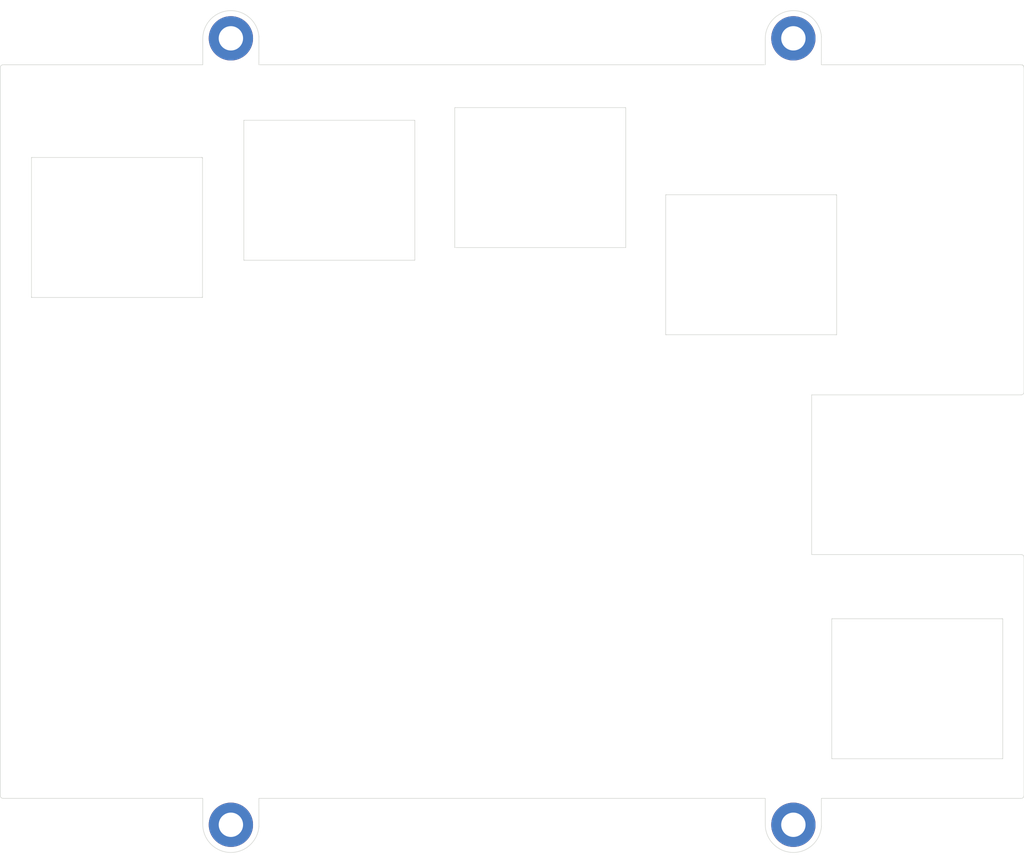
<source format=kicad_pcb>
(kicad_pcb (version 20211014) (generator pcbnew)
  (title_block (title "Alps Plate") (rev "v1"))
  (layers (0 "F.Cu" signal) (31 "B.Cu" signal) (34 "B.Paste" user) (35 "F.Paste" user) (36 "B.SilkS" user "B.Silkscreen") (37 "F.SilkS" user "F.Silkscreen") (38 "B.Mask" user) (39 "F.Mask" user) (44 "Edge.Cuts" user))
  (net 0 "")
  (footprint "kbd:LEGO_HOLE" (layer "F.Cu") (at 169.5577 136.6266)
    (fp_text reference "" (at 0 -3.2) (layer "F.SilkS"))
    (fp_text value "")
    (pad "" thru_hole circle locked (at 0 0) (size 4 4) (drill 2.2) (layers *.Cu *.Mask))
  )
  (footprint "kbd:LEGO_HOLE" (layer "F.Cu") (at 118.7577 136.6266)
    (fp_text reference "" (at 0 -3.2) (layer "F.SilkS"))
    (fp_text value "")
    (pad "" thru_hole circle locked (at 0 0) (size 4 4) (drill 2.2) (layers *.Cu *.Mask))
  )
  (footprint "kbd:LEGO_HOLE" (layer "B.Cu") (at 118.7577 65.5574)
    (fp_text reference "" (at 0 3.2) (layer "B.SilkS") (effects (justify mirror)))
    (fp_text value "")
    (pad "" thru_hole circle locked (at 0 0) (size 4 4) (drill 2.2) (layers *.Cu *.Mask))
  )
  (footprint "kbd:LEGO_HOLE" (layer "B.Cu") (at 169.5577 65.5574)
    (fp_text reference "" (at 0 3.2) (layer "B.SilkS") (effects (justify mirror)))
    (fp_text value "")
    (pad "" thru_hole circle locked (at 0 0) (size 4 4) (drill 2.2) (layers *.Cu *.Mask))
  )
  (gr_line (start 97.9297 68.199) (end 97.9297 133.985) (layer "Edge.Cuts") (width 0.05))
  (gr_arc (start 190.1317 67.945) (mid 190.311305 68.019395) (end 190.3857 68.199) (layer "Edge.Cuts") (width 0.05))
  (gr_arc (start 98.1837 134.239) (mid 98.004095 134.164605) (end 97.9297 133.985) (layer "Edge.Cuts") (width 0.05))
  (gr_line (start 98.1837 134.239) (end 116.2177 134.239) (layer "Edge.Cuts") (width 0.05))
  (gr_line (start 121.2977 134.239) (end 167.0177 134.239) (layer "Edge.Cuts") (width 0.05))
  (gr_line (start 172.0977 134.239) (end 190.1317 134.239) (layer "Edge.Cuts") (width 0.05))
  (gr_line (start 190.1317 67.945) (end 172.0977 67.945) (layer "Edge.Cuts") (width 0.05))
  (gr_line (start 167.0177 67.945) (end 121.2977 67.945) (layer "Edge.Cuts") (width 0.05))
  (gr_line (start 116.2177 67.945) (end 98.1837 67.945) (layer "Edge.Cuts") (width 0.05))
  (gr_line (start 116.1923 76.327) (end 100.7491 76.327) (layer "Edge.Cuts") (width 0.05))
  (gr_arc (start 135.2931 72.9615) (mid 135.346982 72.983818) (end 135.3693 73.0377) (layer "Edge.Cuts") (width 0.05))
  (gr_line (start 135.3693 72.9615) (end 119.9261 72.9615) (layer "Edge.Cuts") (width 0.05))
  (gr_line (start 135.3693 85.6107) (end 135.3693 72.9615) (layer "Edge.Cuts") (width 0.05))
  (gr_arc (start 119.9769 85.6107) (mid 119.940979 85.595821) (end 119.9261 85.5599) (layer "Edge.Cuts") (width 0.05))
  (gr_line (start 119.9261 85.6107) (end 135.3693 85.6107) (layer "Edge.Cuts") (width 0.05))
  (gr_arc (start 135.3693 85.5599) (mid 135.354421 85.595821) (end 135.3185 85.6107) (layer "Edge.Cuts") (width 0.05))
  (gr_arc (start 119.928707 72.996236) (mid 119.947197 72.971089) (end 119.9769 72.9615) (layer "Edge.Cuts") (width 0.05))
  (gr_line (start 119.9261 72.9615) (end 119.9261 85.6107) (layer "Edge.Cuts") (width 0.05))
  (gr_arc (start 188.468 130.6068) (mid 188.453121 130.642721) (end 188.4172 130.6576) (layer "Edge.Cuts") (width 0.05))
  (gr_arc (start 173.0756 130.6576) (mid 173.039679 130.642721) (end 173.0248 130.6068) (layer "Edge.Cuts") (width 0.05))
  (gr_arc (start 188.3918 118.0084) (mid 188.445682 118.030718) (end 188.468 118.0846) (layer "Edge.Cuts") (width 0.05))
  (gr_line (start 173.0248 130.6576) (end 188.468 130.6576) (layer "Edge.Cuts") (width 0.05))
  (gr_line (start 188.468 118.0084) (end 173.0248 118.0084) (layer "Edge.Cuts") (width 0.05))
  (gr_line (start 173.0248 118.0084) (end 173.0248 130.6576) (layer "Edge.Cuts") (width 0.05))
  (gr_line (start 188.468 130.6576) (end 188.468 118.0084) (layer "Edge.Cuts") (width 0.05))
  (gr_arc (start 173.027407 118.043136) (mid 173.045897 118.017989) (end 173.0756 118.0084) (layer "Edge.Cuts") (width 0.05))
  (gr_line (start 172.09008 136.76884) (end 172.085 134.239) (layer "Edge.Cuts") (width 0.05))
  (gr_line (start 167.0177 136.5885) (end 167.0177 134.239) (layer "Edge.Cuts") (width 0.05))
  (gr_arc (start 172.091245 136.769468) (mid 169.467158 139.126886) (end 167.0177 136.5885) (layer "Edge.Cuts") (width 0.05))
  (gr_line (start 190.3857 97.5233) (end 190.3857 68.199) (layer "Edge.Cuts") (width 0.05))
  (gr_arc (start 190.1317 112.2045) (mid 190.311305 112.278895) (end 190.3857 112.4585) (layer "Edge.Cuts") (width 0.05))
  (gr_line (start 171.2087 112.2045) (end 171.2087 97.7773) (layer "Edge.Cuts") (width 0.05))
  (gr_line (start 121.29008 136.76884) (end 121.285 134.239) (layer "Edge.Cuts") (width 0.05))
  (gr_line (start 173.4693 79.6925) (end 158.0261 79.6925) (layer "Edge.Cuts") (width 0.05))
  (gr_line (start 121.29008 65.41516) (end 121.285 67.945) (layer "Edge.Cuts") (width 0.05))
  (gr_line (start 158.0261 79.6925) (end 158.0261 92.3417) (layer "Edge.Cuts") (width 0.05))
  (gr_line (start 190.1317 112.2045) (end 171.2087 112.2045) (layer "Edge.Cuts") (width 0.05))
  (gr_line (start 100.7491 76.327) (end 100.7491 88.9762) (layer "Edge.Cuts") (width 0.05))
  (gr_arc (start 116.1161 76.327) (mid 116.169982 76.349318) (end 116.1923 76.4032) (layer "Edge.Cuts") (width 0.05))
  (gr_arc (start 116.2177 65.5955) (mid 118.667158 63.057114) (end 121.291245 65.414532) (layer "Edge.Cuts") (width 0.05))
  (gr_arc (start 158.0769 92.3417) (mid 158.040979 92.326821) (end 158.0261 92.2909) (layer "Edge.Cuts") (width 0.05))
  (gr_line (start 116.2177 65.5955) (end 116.2177 67.945) (layer "Edge.Cuts") (width 0.05))
  (gr_arc (start 173.4693 92.2909) (mid 173.454421 92.326821) (end 173.4185 92.3417) (layer "Edge.Cuts") (width 0.05))
  (gr_arc (start 139.0269 84.4677) (mid 138.990979 84.452821) (end 138.9761 84.4169) (layer "Edge.Cuts") (width 0.05))
  (gr_arc (start 154.3431 71.8185) (mid 154.396982 71.840818) (end 154.4193 71.8947) (layer "Edge.Cuts") (width 0.05))
  (gr_line (start 138.9761 71.8185) (end 138.9761 84.4677) (layer "Edge.Cuts") (width 0.05))
  (gr_arc (start 138.978707 71.853236) (mid 138.997197 71.828089) (end 139.0269 71.8185) (layer "Edge.Cuts") (width 0.05))
  (gr_line (start 154.4193 71.8185) (end 138.9761 71.8185) (layer "Edge.Cuts") (width 0.05))
  (gr_arc (start 97.9297 68.199) (mid 98.004095 68.019395) (end 98.1837 67.945) (layer "Edge.Cuts") (width 0.05))
  (gr_line (start 116.1923 88.9762) (end 116.1923 76.327) (layer "Edge.Cuts") (width 0.05))
  (gr_arc (start 100.751707 76.361736) (mid 100.770197 76.336589) (end 100.7999 76.327) (layer "Edge.Cuts") (width 0.05))
  (gr_arc (start 158.028707 79.727236) (mid 158.047197 79.702089) (end 158.0769 79.6925) (layer "Edge.Cuts") (width 0.05))
  (gr_line (start 190.3857 133.985) (end 190.3857 112.4585) (layer "Edge.Cuts") (width 0.05))
  (gr_arc (start 116.1923 88.9254) (mid 116.177421 88.961321) (end 116.1415 88.9762) (layer "Edge.Cuts") (width 0.05))
  (gr_arc (start 121.291245 136.769468) (mid 118.667158 139.126886) (end 116.2177 136.5885) (layer "Edge.Cuts") (width 0.05))
  (gr_arc (start 100.7999 88.9762) (mid 100.763979 88.961321) (end 100.7491 88.9254) (layer "Edge.Cuts") (width 0.05))
  (gr_line (start 171.2087 97.7773) (end 190.1317 97.7773) (layer "Edge.Cuts") (width 0.05))
  (gr_arc (start 190.1317 67.945) (mid 190.311305 68.019395) (end 190.3857 68.199) (layer "Edge.Cuts") (width 0.05))
  (gr_line (start 173.4693 92.3417) (end 173.4693 79.6925) (layer "Edge.Cuts") (width 0.05))
  (gr_arc (start 167.0177 65.5955) (mid 169.467158 63.057114) (end 172.091245 65.414532) (layer "Edge.Cuts") (width 0.05))
  (gr_line (start 167.0177 65.5955) (end 167.0177 67.945) (layer "Edge.Cuts") (width 0.05))
  (gr_line (start 138.9761 84.4677) (end 154.4193 84.4677) (layer "Edge.Cuts") (width 0.05))
  (gr_arc (start 154.4193 84.4169) (mid 154.404421 84.452821) (end 154.3685 84.4677) (layer "Edge.Cuts") (width 0.05))
  (gr_arc (start 190.3857 97.5233) (mid 190.311305 97.702905) (end 190.1317 97.7773) (layer "Edge.Cuts") (width 0.05))
  (gr_line (start 158.0261 92.3417) (end 173.4693 92.3417) (layer "Edge.Cuts") (width 0.05))
  (gr_line (start 154.4193 84.4677) (end 154.4193 71.8185) (layer "Edge.Cuts") (width 0.05))
  (gr_arc (start 173.3931 79.6925) (mid 173.446982 79.714818) (end 173.4693 79.7687) (layer "Edge.Cuts") (width 0.05))
  (gr_arc (start 190.3857 133.985) (mid 190.311305 134.164605) (end 190.1317 134.239) (layer "Edge.Cuts") (width 0.05))
  (gr_line (start 100.7491 88.9762) (end 116.1923 88.9762) (layer "Edge.Cuts") (width 0.05))
  (gr_line (start 116.2177 136.5885) (end 116.2177 134.239) (layer "Edge.Cuts") (width 0.05))
  (gr_line (start 172.09008 65.41516) (end 172.085 67.945) (layer "Edge.Cuts") (width 0.05))
)
</source>
